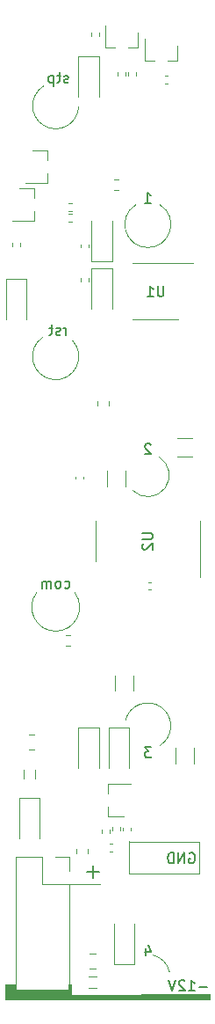
<source format=gbr>
G04 #@! TF.GenerationSoftware,KiCad,Pcbnew,(5.1.9)-1*
G04 #@! TF.CreationDate,2021-08-04T02:23:12+02:00*
G04 #@! TF.ProjectId,sequswit,73657175-7377-4697-942e-6b696361645f,rev?*
G04 #@! TF.SameCoordinates,Original*
G04 #@! TF.FileFunction,Legend,Bot*
G04 #@! TF.FilePolarity,Positive*
%FSLAX46Y46*%
G04 Gerber Fmt 4.6, Leading zero omitted, Abs format (unit mm)*
G04 Created by KiCad (PCBNEW (5.1.9)-1) date 2021-08-04 02:23:12*
%MOMM*%
%LPD*%
G01*
G04 APERTURE LIST*
%ADD10C,0.120000*%
%ADD11C,0.150000*%
%ADD12C,0.100000*%
G04 APERTURE END LIST*
D10*
X246440000Y-167640000D02*
X249364500Y-167640000D01*
X252222000Y-163512500D02*
X252222000Y-166624000D01*
X258953000Y-163576000D02*
X252222000Y-163576000D01*
X258953000Y-166624000D02*
X258953000Y-163576000D01*
X252222000Y-166624000D02*
X258953000Y-166624000D01*
D11*
X258000404Y-164663500D02*
X258095642Y-164615880D01*
X258238500Y-164615880D01*
X258381357Y-164663500D01*
X258476595Y-164758738D01*
X258524214Y-164853976D01*
X258571833Y-165044452D01*
X258571833Y-165187309D01*
X258524214Y-165377785D01*
X258476595Y-165473023D01*
X258381357Y-165568261D01*
X258238500Y-165615880D01*
X258143261Y-165615880D01*
X258000404Y-165568261D01*
X257952785Y-165520642D01*
X257952785Y-165187309D01*
X258143261Y-165187309D01*
X257524214Y-165615880D02*
X257524214Y-164615880D01*
X256952785Y-165615880D01*
X256952785Y-164615880D01*
X256476595Y-165615880D02*
X256476595Y-164615880D01*
X256238500Y-164615880D01*
X256095642Y-164663500D01*
X256000404Y-164758738D01*
X255952785Y-164853976D01*
X255905166Y-165044452D01*
X255905166Y-165187309D01*
X255952785Y-165377785D01*
X256000404Y-165473023D01*
X256095642Y-165568261D01*
X256238500Y-165615880D01*
X256476595Y-165615880D01*
D10*
X254518601Y-174455198D02*
G75*
G02*
X256095500Y-176085500I-513860J-2074802D01*
G01*
X251835336Y-151890669D02*
G75*
G02*
X255141033Y-154303821I2162697J-508152D01*
G01*
X255066878Y-126496802D02*
G75*
G02*
X252539500Y-129730500I-1062137J-1774377D01*
G01*
X255145774Y-102230365D02*
G75*
G02*
X252861741Y-102231544I-1141033J-1906179D01*
G01*
X246753731Y-115322709D02*
G75*
G02*
X243840000Y-114998500I-1643731J-1517291D01*
G01*
X246951500Y-139573000D02*
G75*
G02*
X243268500Y-139573000I-1841500J-1397000D01*
G01*
X247327759Y-92840456D02*
G75*
G02*
X243967000Y-90805000I-2217759J130456D01*
G01*
D11*
X248158071Y-166453357D02*
X249300928Y-166453357D01*
X248729500Y-165881928D02*
X248729500Y-167024785D01*
X259698904Y-177490428D02*
X258937000Y-177490428D01*
X257937000Y-177871380D02*
X258508428Y-177871380D01*
X258222714Y-177871380D02*
X258222714Y-176871380D01*
X258317952Y-177014238D01*
X258413190Y-177109476D01*
X258508428Y-177157095D01*
X257556047Y-176966619D02*
X257508428Y-176919000D01*
X257413190Y-176871380D01*
X257175095Y-176871380D01*
X257079857Y-176919000D01*
X257032238Y-176966619D01*
X256984619Y-177061857D01*
X256984619Y-177157095D01*
X257032238Y-177299952D01*
X257603666Y-177871380D01*
X256984619Y-177871380D01*
X256698904Y-176871380D02*
X256365571Y-177871380D01*
X256032238Y-176871380D01*
D12*
G36*
X241300000Y-177800000D02*
G01*
X246380000Y-177800000D01*
X246380000Y-177292000D01*
X246634000Y-177292000D01*
X246634000Y-178308000D01*
X259969000Y-178181000D01*
X259969000Y-178689000D01*
X240284000Y-178689000D01*
X240284000Y-177292000D01*
X241300000Y-177292000D01*
X241300000Y-177800000D01*
G37*
X241300000Y-177800000D02*
X246380000Y-177800000D01*
X246380000Y-177292000D01*
X246634000Y-177292000D01*
X246634000Y-178308000D01*
X259969000Y-178181000D01*
X259969000Y-178689000D01*
X240284000Y-178689000D01*
X240284000Y-177292000D01*
X241300000Y-177292000D01*
X241300000Y-177800000D01*
D10*
G04 #@! TO.C,R15*
X256646000Y-155982564D02*
X256646000Y-154528436D01*
X258466000Y-155982564D02*
X258466000Y-154528436D01*
G04 #@! TO.C,R14*
X250804000Y-149001564D02*
X250804000Y-147547436D01*
X252624000Y-149001564D02*
X252624000Y-147547436D01*
G04 #@! TO.C,R13*
X251862000Y-127858436D02*
X251862000Y-129312564D01*
X250042000Y-127858436D02*
X250042000Y-129312564D01*
G04 #@! TO.C,R2*
X258283064Y-126513000D02*
X256828936Y-126513000D01*
X258283064Y-124693000D02*
X256828936Y-124693000D01*
G04 #@! TO.C,R10*
X250599641Y-163704000D02*
X250292359Y-163704000D01*
X250599641Y-164464000D02*
X250292359Y-164464000D01*
G04 #@! TO.C,FB2*
X249065622Y-176478000D02*
X248266378Y-176478000D01*
X249065622Y-177598000D02*
X248266378Y-177598000D01*
G04 #@! TO.C,FB1*
X242010000Y-156652878D02*
X242010000Y-157452122D01*
X243130000Y-156652878D02*
X243130000Y-157452122D01*
G04 #@! TO.C,D12*
X252714000Y-175352000D02*
X252714000Y-171452000D01*
X250714000Y-175352000D02*
X250714000Y-171452000D01*
X252714000Y-175352000D02*
X250714000Y-175352000D01*
G04 #@! TO.C,D11*
X241570000Y-159295000D02*
X243570000Y-159295000D01*
X243570000Y-159295000D02*
X243570000Y-163195000D01*
X241570000Y-159295000D02*
X241570000Y-163195000D01*
G04 #@! TO.C,C6*
X248404748Y-175741000D02*
X248927252Y-175741000D01*
X248404748Y-174271000D02*
X248927252Y-174271000D01*
G04 #@! TO.C,C5*
X243019252Y-153189000D02*
X242496748Y-153189000D01*
X243019252Y-154659000D02*
X242496748Y-154659000D01*
G04 #@! TO.C,J8*
X246440000Y-165040000D02*
X245110000Y-165040000D01*
X246440000Y-166370000D02*
X246440000Y-165040000D01*
X243840000Y-165040000D02*
X241240000Y-165040000D01*
X243840000Y-167640000D02*
X243840000Y-165040000D01*
X246440000Y-167640000D02*
X243840000Y-167640000D01*
X241240000Y-165040000D02*
X241240000Y-177860000D01*
X246440000Y-167640000D02*
X246440000Y-177860000D01*
X246440000Y-177860000D02*
X241240000Y-177860000D01*
G04 #@! TO.C,R19*
X247127500Y-164702258D02*
X247127500Y-164227742D01*
X248172500Y-164702258D02*
X248172500Y-164227742D01*
G04 #@! TO.C,R18*
X246553258Y-144667500D02*
X246078742Y-144667500D01*
X246553258Y-143622500D02*
X246078742Y-143622500D01*
G04 #@! TO.C,R17*
X249159500Y-121586258D02*
X249159500Y-121111742D01*
X250204500Y-121586258D02*
X250204500Y-121111742D01*
G04 #@! TO.C,R16*
X250714742Y-99807500D02*
X251189258Y-99807500D01*
X250714742Y-100852500D02*
X251189258Y-100852500D01*
G04 #@! TO.C,R12*
X250316000Y-162713641D02*
X250316000Y-162406359D01*
X249556000Y-162713641D02*
X249556000Y-162406359D01*
G04 #@! TO.C,R11*
X250572000Y-162152359D02*
X250572000Y-162459641D01*
X251332000Y-162152359D02*
X251332000Y-162459641D01*
G04 #@! TO.C,Q5*
X250192000Y-161092000D02*
X250192000Y-160162000D01*
X250192000Y-157932000D02*
X250192000Y-158862000D01*
X250192000Y-157932000D02*
X252352000Y-157932000D01*
X250192000Y-161092000D02*
X251652000Y-161092000D01*
G04 #@! TO.C,D6*
X247285000Y-152562000D02*
X249285000Y-152562000D01*
X249285000Y-152562000D02*
X249285000Y-156462000D01*
X247285000Y-152562000D02*
X247285000Y-156462000D01*
G04 #@! TO.C,D5*
X250206000Y-152562000D02*
X252206000Y-152562000D01*
X252206000Y-152562000D02*
X252206000Y-156462000D01*
X250206000Y-152562000D02*
X250206000Y-156462000D01*
G04 #@! TO.C,C4*
X254262836Y-138578000D02*
X254047164Y-138578000D01*
X254262836Y-139298000D02*
X254047164Y-139298000D01*
G04 #@! TO.C,C3*
X247756000Y-128631836D02*
X247756000Y-128416164D01*
X247036000Y-128631836D02*
X247036000Y-128416164D01*
G04 #@! TO.C,C2*
X247544000Y-106092164D02*
X247544000Y-106307836D01*
X248264000Y-106092164D02*
X248264000Y-106307836D01*
G04 #@! TO.C,C1*
X251608000Y-162226164D02*
X251608000Y-162441836D01*
X252328000Y-162226164D02*
X252328000Y-162441836D01*
G04 #@! TO.C,R9*
X248284000Y-109629641D02*
X248284000Y-109322359D01*
X247524000Y-109629641D02*
X247524000Y-109322359D01*
G04 #@! TO.C,R8*
X255624359Y-90550000D02*
X255931641Y-90550000D01*
X255624359Y-89790000D02*
X255931641Y-89790000D01*
G04 #@! TO.C,R7*
X246353359Y-102869000D02*
X246660641Y-102869000D01*
X246353359Y-102109000D02*
X246660641Y-102109000D01*
G04 #@! TO.C,R6*
X246658641Y-103125000D02*
X246351359Y-103125000D01*
X246658641Y-103885000D02*
X246351359Y-103885000D01*
G04 #@! TO.C,R5*
X251840000Y-89813641D02*
X251840000Y-89506359D01*
X251080000Y-89813641D02*
X251080000Y-89506359D01*
G04 #@! TO.C,R4*
X240920000Y-105891359D02*
X240920000Y-106198641D01*
X241680000Y-105891359D02*
X241680000Y-106198641D01*
G04 #@! TO.C,Q4*
X244346000Y-96972000D02*
X244346000Y-97902000D01*
X244346000Y-100132000D02*
X244346000Y-99202000D01*
X244346000Y-100132000D02*
X242186000Y-100132000D01*
X244346000Y-96972000D02*
X242886000Y-96972000D01*
G04 #@! TO.C,Q3*
X243060000Y-100655000D02*
X243060000Y-101585000D01*
X243060000Y-103815000D02*
X243060000Y-102885000D01*
X243060000Y-103815000D02*
X240900000Y-103815000D01*
X243060000Y-100655000D02*
X241600000Y-100655000D01*
G04 #@! TO.C,Q2*
X253040000Y-87120000D02*
X252110000Y-87120000D01*
X249880000Y-87120000D02*
X250810000Y-87120000D01*
X249880000Y-87120000D02*
X249880000Y-84960000D01*
X253040000Y-87120000D02*
X253040000Y-85660000D01*
G04 #@! TO.C,D4*
X240300000Y-109383000D02*
X242300000Y-109383000D01*
X242300000Y-109383000D02*
X242300000Y-113283000D01*
X240300000Y-109383000D02*
X240300000Y-113283000D01*
G04 #@! TO.C,D3*
X248555000Y-108366000D02*
X250555000Y-108366000D01*
X250555000Y-108366000D02*
X250555000Y-112266000D01*
X248555000Y-108366000D02*
X248555000Y-112266000D01*
G04 #@! TO.C,D2*
X250555000Y-107661000D02*
X248555000Y-107661000D01*
X248555000Y-107661000D02*
X248555000Y-103761000D01*
X250555000Y-107661000D02*
X250555000Y-103761000D01*
G04 #@! TO.C,R3*
X252856000Y-89508359D02*
X252856000Y-89815641D01*
X252096000Y-89508359D02*
X252096000Y-89815641D01*
G04 #@! TO.C,Q1*
X256850000Y-88390000D02*
X256850000Y-86930000D01*
X253690000Y-88390000D02*
X253690000Y-86230000D01*
X253690000Y-88390000D02*
X254620000Y-88390000D01*
X256850000Y-88390000D02*
X255920000Y-88390000D01*
G04 #@! TO.C,R1*
X248540000Y-85696359D02*
X248540000Y-86003641D01*
X249300000Y-85696359D02*
X249300000Y-86003641D01*
G04 #@! TO.C,D1*
X247285000Y-87920000D02*
X249285000Y-87920000D01*
X249285000Y-87920000D02*
X249285000Y-91820000D01*
X247285000Y-87920000D02*
X247285000Y-91820000D01*
G04 #@! TO.C,U1*
X254762000Y-113296000D02*
X252562000Y-113296000D01*
X254762000Y-113296000D02*
X256962000Y-113296000D01*
X254762000Y-107826000D02*
X252562000Y-107826000D01*
X254762000Y-107826000D02*
X258362000Y-107826000D01*
G04 #@! TO.C,U2*
X248940000Y-134620000D02*
X248940000Y-132670000D01*
X248940000Y-134620000D02*
X248940000Y-136570000D01*
X259060000Y-134620000D02*
X259060000Y-132670000D01*
X259060000Y-134620000D02*
X259060000Y-138070000D01*
G04 #@! TO.C,U1*
D11*
X255523904Y-110069380D02*
X255523904Y-110878904D01*
X255476285Y-110974142D01*
X255428666Y-111021761D01*
X255333428Y-111069380D01*
X255142952Y-111069380D01*
X255047714Y-111021761D01*
X255000095Y-110974142D01*
X254952476Y-110878904D01*
X254952476Y-110069380D01*
X253952476Y-111069380D02*
X254523904Y-111069380D01*
X254238190Y-111069380D02*
X254238190Y-110069380D01*
X254333428Y-110212238D01*
X254428666Y-110307476D01*
X254523904Y-110355095D01*
G04 #@! TO.C,U2*
X253452380Y-133858095D02*
X254261904Y-133858095D01*
X254357142Y-133905714D01*
X254404761Y-133953333D01*
X254452380Y-134048571D01*
X254452380Y-134239047D01*
X254404761Y-134334285D01*
X254357142Y-134381904D01*
X254261904Y-134429523D01*
X253452380Y-134429523D01*
X253547619Y-134858095D02*
X253500000Y-134905714D01*
X253452380Y-135000952D01*
X253452380Y-135239047D01*
X253500000Y-135334285D01*
X253547619Y-135381904D01*
X253642857Y-135429523D01*
X253738095Y-135429523D01*
X253880952Y-135381904D01*
X254452380Y-134810476D01*
X254452380Y-135429523D01*
G04 #@! TO.C,J7*
X246316380Y-90447761D02*
X246221142Y-90495380D01*
X246030666Y-90495380D01*
X245935428Y-90447761D01*
X245887809Y-90352523D01*
X245887809Y-90304904D01*
X245935428Y-90209666D01*
X246030666Y-90162047D01*
X246173523Y-90162047D01*
X246268761Y-90114428D01*
X246316380Y-90019190D01*
X246316380Y-89971571D01*
X246268761Y-89876333D01*
X246173523Y-89828714D01*
X246030666Y-89828714D01*
X245935428Y-89876333D01*
X245602095Y-89828714D02*
X245221142Y-89828714D01*
X245459238Y-89495380D02*
X245459238Y-90352523D01*
X245411619Y-90447761D01*
X245316380Y-90495380D01*
X245221142Y-90495380D01*
X244887809Y-89828714D02*
X244887809Y-90828714D01*
X244887809Y-89876333D02*
X244792571Y-89828714D01*
X244602095Y-89828714D01*
X244506857Y-89876333D01*
X244459238Y-89923952D01*
X244411619Y-90019190D01*
X244411619Y-90304904D01*
X244459238Y-90400142D01*
X244506857Y-90447761D01*
X244602095Y-90495380D01*
X244792571Y-90495380D01*
X244887809Y-90447761D01*
G04 #@! TO.C,J6*
X246125904Y-114752380D02*
X246125904Y-114085714D01*
X246125904Y-114276190D02*
X246078285Y-114180952D01*
X246030666Y-114133333D01*
X245935428Y-114085714D01*
X245840190Y-114085714D01*
X245554476Y-114704761D02*
X245459238Y-114752380D01*
X245268761Y-114752380D01*
X245173523Y-114704761D01*
X245125904Y-114609523D01*
X245125904Y-114561904D01*
X245173523Y-114466666D01*
X245268761Y-114419047D01*
X245411619Y-114419047D01*
X245506857Y-114371428D01*
X245554476Y-114276190D01*
X245554476Y-114228571D01*
X245506857Y-114133333D01*
X245411619Y-114085714D01*
X245268761Y-114085714D01*
X245173523Y-114133333D01*
X244840190Y-114085714D02*
X244459238Y-114085714D01*
X244697333Y-113752380D02*
X244697333Y-114609523D01*
X244649714Y-114704761D01*
X244554476Y-114752380D01*
X244459238Y-114752380D01*
G04 #@! TO.C,J5*
X245990952Y-139088761D02*
X246086190Y-139136380D01*
X246276666Y-139136380D01*
X246371904Y-139088761D01*
X246419523Y-139041142D01*
X246467142Y-138945904D01*
X246467142Y-138660190D01*
X246419523Y-138564952D01*
X246371904Y-138517333D01*
X246276666Y-138469714D01*
X246086190Y-138469714D01*
X245990952Y-138517333D01*
X245419523Y-139136380D02*
X245514761Y-139088761D01*
X245562380Y-139041142D01*
X245610000Y-138945904D01*
X245610000Y-138660190D01*
X245562380Y-138564952D01*
X245514761Y-138517333D01*
X245419523Y-138469714D01*
X245276666Y-138469714D01*
X245181428Y-138517333D01*
X245133809Y-138564952D01*
X245086190Y-138660190D01*
X245086190Y-138945904D01*
X245133809Y-139041142D01*
X245181428Y-139088761D01*
X245276666Y-139136380D01*
X245419523Y-139136380D01*
X244657619Y-139136380D02*
X244657619Y-138469714D01*
X244657619Y-138564952D02*
X244610000Y-138517333D01*
X244514761Y-138469714D01*
X244371904Y-138469714D01*
X244276666Y-138517333D01*
X244229047Y-138612571D01*
X244229047Y-139136380D01*
X244229047Y-138612571D02*
X244181428Y-138517333D01*
X244086190Y-138469714D01*
X243943333Y-138469714D01*
X243848095Y-138517333D01*
X243800476Y-138612571D01*
X243800476Y-139136380D01*
G04 #@! TO.C,J4*
X253809523Y-173839214D02*
X253809523Y-174505880D01*
X254047619Y-173458261D02*
X254285714Y-174172547D01*
X253666666Y-174172547D01*
G04 #@! TO.C,J3*
X254333333Y-154455880D02*
X253714285Y-154455880D01*
X254047619Y-154836833D01*
X253904761Y-154836833D01*
X253809523Y-154884452D01*
X253761904Y-154932071D01*
X253714285Y-155027309D01*
X253714285Y-155265404D01*
X253761904Y-155360642D01*
X253809523Y-155408261D01*
X253904761Y-155455880D01*
X254190476Y-155455880D01*
X254285714Y-155408261D01*
X254333333Y-155360642D01*
G04 #@! TO.C,J2*
X254285714Y-125341119D02*
X254238095Y-125293500D01*
X254142857Y-125245880D01*
X253904761Y-125245880D01*
X253809523Y-125293500D01*
X253761904Y-125341119D01*
X253714285Y-125436357D01*
X253714285Y-125531595D01*
X253761904Y-125674452D01*
X254333333Y-126245880D01*
X253714285Y-126245880D01*
G04 #@! TO.C,J1*
X253714285Y-102052380D02*
X254285714Y-102052380D01*
X254000000Y-102052380D02*
X254000000Y-101052380D01*
X254095238Y-101195238D01*
X254190476Y-101290476D01*
X254285714Y-101338095D01*
G04 #@! TD*
M02*

</source>
